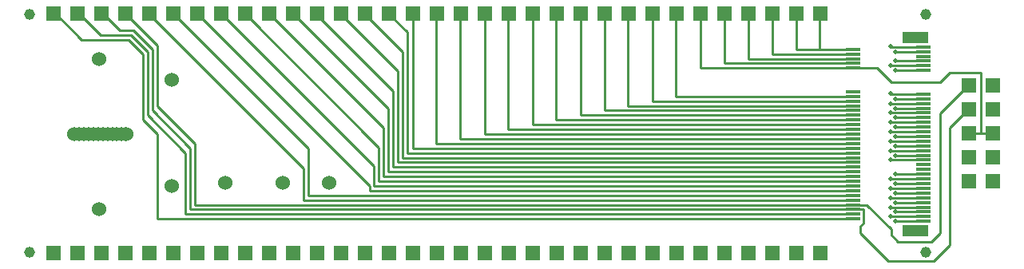
<source format=gtl>
G04*
G04 #@! TF.GenerationSoftware,Altium Limited,Altium Designer,18.1.7 (191)*
G04*
G04 Layer_Physical_Order=1*
G04 Layer_Color=255*
%FSLAX44Y44*%
%MOMM*%
G71*
G01*
G75*
%ADD12C,0.2540*%
%ADD14R,1.5500X0.3000*%
%ADD15R,2.7500X1.2000*%
%ADD23R,1.6000X1.6000*%
%ADD24C,1.5240*%
%ADD25R,1.6000X1.6000*%
%ADD26C,1.1520*%
%ADD27C,0.5080*%
D12*
X1010000Y1430000D02*
X1025000D01*
X965000Y1450000D02*
X990000Y1425000D01*
X1040000Y1340000D02*
Y1407000D01*
X1022000Y1425000D02*
X1040000Y1407000D01*
X990000Y1425000D02*
X1022000D01*
X940000Y1450000D02*
X970000Y1420000D01*
X1050000Y1230000D02*
X1783000D01*
X970000Y1420000D02*
X1020000D01*
X1035000Y1405000D01*
Y1335000D02*
Y1405000D01*
Y1335000D02*
X1050000Y1320000D01*
Y1230000D02*
Y1320000D01*
X1080000Y1235000D02*
X1787400D01*
X1040000Y1340000D02*
X1080000Y1300000D01*
Y1235000D02*
Y1300000D01*
X995000Y1445000D02*
X1010000Y1430000D01*
X1045000Y1345000D02*
Y1410000D01*
X1025000Y1430000D02*
X1045000Y1410000D01*
X1890000Y1327000D02*
X1910000Y1347000D01*
X1045000Y1345000D02*
X1085000Y1305000D01*
Y1240000D02*
Y1305000D01*
Y1240000D02*
X1085000Y1240000D01*
X1762000D01*
X1908000Y1370000D02*
X1910000D01*
X1016000Y1447800D02*
X1050000Y1413800D01*
Y1350000D02*
Y1413800D01*
Y1350000D02*
X1090000Y1310000D01*
Y1245000D02*
Y1310000D01*
Y1245000D02*
X1759000D01*
X1042000Y1447000D02*
X1205000Y1284000D01*
Y1250000D02*
Y1284000D01*
Y1250000D02*
X1762000D01*
X1067000Y1448000D02*
X1210000Y1305000D01*
Y1255000D02*
Y1305000D01*
Y1255000D02*
X1760000D01*
X1092200Y1447800D02*
X1275000Y1265000D01*
X1092000Y1448000D02*
X1092200Y1447800D01*
X1275000Y1260000D02*
Y1265000D01*
Y1260000D02*
X1761000D01*
X1762000Y1265000D02*
X1791000D01*
X1118000Y1448000D02*
X1280000Y1286000D01*
Y1265000D02*
Y1286000D01*
Y1265000D02*
X1762000D01*
X1781000Y1270000D02*
Y1270000D01*
X1143100Y1447900D02*
X1285000Y1306000D01*
X1143000Y1448000D02*
X1143100Y1447900D01*
X1285000Y1270000D02*
Y1306000D01*
Y1270000D02*
X1781000D01*
X1169000Y1448000D02*
X1290000Y1327000D01*
Y1275000D02*
Y1327000D01*
Y1275000D02*
X1762000D01*
X1786000Y1280000D02*
Y1280000D01*
X1194000Y1448000D02*
X1295000Y1347000D01*
Y1280000D02*
Y1347000D01*
Y1280000D02*
X1786000D01*
X1788000Y1285000D02*
Y1285000D01*
X1219000Y1447000D02*
X1300000Y1366000D01*
Y1285000D02*
Y1366000D01*
Y1285000D02*
X1787400D01*
X1786000Y1290000D02*
Y1290000D01*
X1245000Y1447000D02*
X1305000Y1387000D01*
Y1290000D02*
Y1387000D01*
Y1290000D02*
X1786000D01*
X1270000Y1447000D02*
X1310000Y1407000D01*
Y1295000D02*
Y1407000D01*
Y1295000D02*
X1762000D01*
X1789000Y1300000D02*
Y1300000D01*
X1295000Y1448000D02*
X1315000Y1428000D01*
Y1300000D02*
Y1428000D01*
Y1300000D02*
X1787400D01*
X1827400Y1412500D02*
X1862400D01*
X1827400Y1362500D02*
X1862400D01*
X1890000Y1202000D02*
Y1327000D01*
X1873000Y1185000D02*
X1890000Y1202000D01*
X1825000Y1185000D02*
X1873000D01*
X1880000Y1215000D02*
Y1342000D01*
X1871000Y1206000D02*
X1880000Y1215000D01*
X1835000Y1206000D02*
X1871000D01*
X1910000Y1347000D02*
Y1350000D01*
X1880000Y1342000D02*
X1908000Y1370000D01*
X1790000Y1405000D02*
Y1405000D01*
X1784000Y1410000D02*
Y1410000D01*
X1752000Y1410000D02*
Y1448000D01*
X1890000Y1385000D02*
X1923000D01*
X1880000Y1375000D02*
X1890000Y1385000D01*
X1828000Y1375000D02*
X1880000D01*
X1923000Y1321000D02*
X1935400D01*
X1910000D02*
X1923000D01*
Y1385000D01*
X1910000Y1320000D02*
Y1321000D01*
X1795000Y1215000D02*
X1825000Y1185000D01*
X1795000Y1215000D02*
Y1222000D01*
X1827400Y1292500D02*
X1862400D01*
X1910000Y1321000D02*
X1912000D01*
X1828000Y1213000D02*
Y1219000D01*
Y1213000D02*
X1835000Y1206000D01*
X1910000Y1321000D02*
Y1321000D01*
X1813000Y1390000D02*
X1828000Y1375000D01*
X1788000Y1390000D02*
X1813000D01*
X1752000Y1410000D02*
X1784000D01*
X1727500D02*
X1752000D01*
X1651000Y1447800D02*
Y1448000D01*
Y1395000D02*
Y1447800D01*
X1802000Y1245000D02*
X1828000Y1219000D01*
X1016000Y1447800D02*
Y1448000D01*
X1787400Y1245000D02*
X1802000D01*
X1795000Y1222000D02*
X1799000Y1226000D01*
Y1240000D01*
X1787400D02*
X1799000D01*
X1831900Y1227500D02*
X1862400D01*
X1827400Y1412500D02*
Y1413000D01*
X1832400Y1407500D02*
X1862400D01*
X1832400D02*
Y1407500D01*
X1862400Y1397500D02*
Y1397500D01*
X1832400D02*
X1862400D01*
X1827400Y1392500D02*
X1862400D01*
X1827400D02*
Y1392500D01*
X1862400Y1387500D02*
Y1387500D01*
X1832400D02*
X1862400D01*
X1783000Y1230000D02*
Y1230000D01*
X1787400Y1235000D02*
X1790000D01*
X1762000Y1240000D02*
X1786000D01*
X1762000Y1240000D02*
Y1240000D01*
X1759000Y1245000D02*
X1762000D01*
X1759000Y1245000D02*
X1784000D01*
X1759000Y1245000D02*
Y1245000D01*
X1762000Y1250000D02*
X1786000D01*
X1762000Y1250000D02*
Y1250000D01*
X1760000Y1255000D02*
X1762000D01*
X1760000Y1255000D02*
X1785000D01*
X1760000Y1255000D02*
Y1255000D01*
X1761000Y1260000D02*
X1762000D01*
X1761000Y1260000D02*
X1783000D01*
X1761000Y1260000D02*
Y1260000D01*
X1762000Y1265000D02*
Y1265000D01*
Y1275000D02*
X1783000D01*
X1762000Y1275000D02*
Y1275000D01*
X1787400Y1285000D02*
X1788000D01*
X1762000Y1295000D02*
X1787000D01*
X1762000Y1295000D02*
Y1295000D01*
X1787400Y1300000D02*
X1789000D01*
X1321000Y1305000D02*
X1786000D01*
X1762000Y1310000D02*
X1783000D01*
X1762000Y1310000D02*
Y1310000D01*
Y1315000D02*
X1782000D01*
X1762000Y1315000D02*
Y1315000D01*
X1760000Y1320000D02*
X1762000D01*
X1397000D02*
X1760000D01*
Y1320000D02*
X1785000D01*
X1760000Y1320000D02*
Y1320000D01*
X1789000Y1325000D02*
Y1325000D01*
X1787400Y1325000D02*
X1789000D01*
X1422000D02*
X1787400D01*
X1757000Y1330000D02*
X1761998D01*
X1448000D02*
X1757000D01*
Y1330000D02*
X1783000D01*
X1757000Y1330000D02*
Y1330000D01*
X1761999Y1335000D02*
X1786000D01*
X1761999Y1335000D02*
Y1335000D01*
X1758000Y1340000D02*
X1761998D01*
X1499000D02*
X1758000D01*
Y1340000D02*
X1784000D01*
X1758000Y1340000D02*
Y1340000D01*
X1789000Y1345000D02*
Y1345000D01*
X1787397Y1345000D02*
X1789000D01*
X1524000D02*
X1787397D01*
X1785000Y1350000D02*
Y1350000D01*
X1549000Y1350000D02*
X1785000D01*
X1575000Y1355000D02*
X1785000D01*
Y1355000D01*
X1600000Y1360000D02*
X1786000D01*
Y1360000D01*
X1625500Y1390000D02*
X1782000D01*
X1753000Y1395000D02*
X1762000D01*
X1651000D02*
X1753000D01*
Y1395000D02*
X1784000D01*
X1753000Y1395000D02*
Y1395000D01*
X1761000Y1400000D02*
X1762000D01*
X1676500D02*
X1761000D01*
Y1400000D02*
X1787000D01*
X1761000Y1400000D02*
Y1400000D01*
X1702000Y1405000D02*
X1787400D01*
X1790000D01*
X1827400Y1312500D02*
Y1313000D01*
Y1312500D02*
Y1312500D01*
X1727500Y1410000D02*
Y1447500D01*
X1702000Y1405000D02*
Y1447500D01*
X1676500Y1400000D02*
Y1447500D01*
X1625500Y1390000D02*
Y1447500D01*
X1832400Y1237500D02*
X1862400D01*
X1831900Y1227000D02*
Y1227500D01*
X1827400Y1232500D02*
X1862400D01*
Y1232500D02*
Y1232500D01*
X1832400Y1257500D02*
X1862400D01*
Y1257500D02*
Y1257500D01*
X1827400Y1242500D02*
Y1242500D01*
Y1242500D02*
X1862400D01*
X1832400Y1247500D02*
Y1247500D01*
Y1247500D02*
X1862400D01*
X1827400Y1252500D02*
Y1252500D01*
Y1252500D02*
X1862400D01*
X1832400Y1307500D02*
X1862400D01*
X1832400D02*
Y1307500D01*
X1827400Y1302500D02*
X1862400D01*
Y1297500D02*
Y1297500D01*
X1832400D02*
X1862400D01*
X1827400Y1292500D02*
Y1292500D01*
X1832400Y1277500D02*
X1862400D01*
X1832400D02*
Y1277500D01*
X1827400Y1272500D02*
X1862400D01*
X1827400D02*
Y1272500D01*
X1832400Y1267500D02*
X1862400D01*
X1832400D02*
Y1267500D01*
X1827400Y1262500D02*
X1862400D01*
X1827400D02*
Y1262500D01*
X1862400Y1287500D02*
Y1287500D01*
X1832400Y1337500D02*
X1862400D01*
Y1337500D02*
Y1337500D01*
X1827400Y1312500D02*
X1862400D01*
X1832400Y1317500D02*
Y1317500D01*
Y1317500D02*
X1862400D01*
X1827400Y1322500D02*
Y1322500D01*
Y1322500D02*
X1862400D01*
X1832400Y1327500D02*
Y1327500D01*
Y1327500D02*
X1862400D01*
X1827400Y1332500D02*
Y1332500D01*
Y1332500D02*
X1862400D01*
X1827400Y1342500D02*
Y1342500D01*
Y1342500D02*
X1862400D01*
X1832400Y1347500D02*
X1862400D01*
Y1347500D02*
Y1347500D01*
X1827400Y1352500D02*
X1862400D01*
X1832400Y1357500D02*
Y1357500D01*
Y1357500D02*
X1862400D01*
X1827400Y1362500D02*
Y1363000D01*
X1600000Y1360000D02*
Y1448000D01*
X1575000Y1355000D02*
Y1447000D01*
X1549000Y1350000D02*
Y1447000D01*
X1524000Y1345000D02*
Y1448000D01*
X1499000Y1340000D02*
Y1447000D01*
X1473000Y1335000D02*
Y1447000D01*
Y1335000D02*
X1761999D01*
X1448000Y1330000D02*
Y1447000D01*
X1422000Y1325000D02*
Y1448000D01*
X1397000Y1320000D02*
Y1447000D01*
X1371000Y1315000D02*
Y1448000D01*
Y1315000D02*
X1762000D01*
X1346000Y1310000D02*
Y1447000D01*
Y1310000D02*
X1762000D01*
X1321000Y1305000D02*
Y1448000D01*
D14*
X1862400Y1297500D02*
D03*
Y1412500D02*
D03*
Y1407500D02*
D03*
Y1402500D02*
D03*
Y1397500D02*
D03*
Y1392500D02*
D03*
Y1387500D02*
D03*
Y1357500D02*
D03*
Y1352500D02*
D03*
Y1347500D02*
D03*
Y1342500D02*
D03*
Y1337500D02*
D03*
Y1332500D02*
D03*
Y1327500D02*
D03*
Y1322500D02*
D03*
Y1317500D02*
D03*
Y1312500D02*
D03*
Y1307500D02*
D03*
X1787400Y1260000D02*
D03*
Y1405000D02*
D03*
Y1410000D02*
D03*
Y1395000D02*
D03*
Y1390000D02*
D03*
X1787397Y1365000D02*
D03*
Y1345000D02*
D03*
X1787399Y1355000D02*
D03*
X1787397Y1350000D02*
D03*
X1787400Y1325000D02*
D03*
X1787399Y1335000D02*
D03*
X1787397Y1330000D02*
D03*
X1787400Y1305000D02*
D03*
Y1315000D02*
D03*
Y1310000D02*
D03*
Y1285000D02*
D03*
Y1295000D02*
D03*
Y1290000D02*
D03*
X1787397Y1340000D02*
D03*
Y1360000D02*
D03*
X1787400Y1400000D02*
D03*
Y1300000D02*
D03*
Y1320000D02*
D03*
X1862400Y1292500D02*
D03*
Y1362500D02*
D03*
Y1302500D02*
D03*
X1787400Y1275000D02*
D03*
Y1270000D02*
D03*
Y1265000D02*
D03*
Y1280000D02*
D03*
X1862400Y1287500D02*
D03*
Y1282500D02*
D03*
Y1277500D02*
D03*
Y1272500D02*
D03*
Y1267500D02*
D03*
Y1262500D02*
D03*
Y1257500D02*
D03*
Y1252500D02*
D03*
Y1247500D02*
D03*
Y1242500D02*
D03*
Y1237500D02*
D03*
X1787400Y1255000D02*
D03*
Y1250000D02*
D03*
Y1245000D02*
D03*
Y1240000D02*
D03*
Y1235000D02*
D03*
X1862400Y1232500D02*
D03*
Y1227500D02*
D03*
X1787400Y1230000D02*
D03*
D15*
X1853900Y1422500D02*
D03*
Y1217500D02*
D03*
D23*
X965200Y1193800D02*
D03*
X939800D02*
D03*
X990600D02*
D03*
X1016000D02*
D03*
X1752600Y1447800D02*
D03*
X1727200D02*
D03*
X1701800D02*
D03*
X1676400D02*
D03*
X1651000D02*
D03*
X1625600D02*
D03*
X1600200D02*
D03*
X1574800D02*
D03*
X1549400D02*
D03*
X1524000D02*
D03*
X1498600D02*
D03*
X1473200D02*
D03*
X1447800D02*
D03*
X1422400D02*
D03*
X1397000D02*
D03*
X1371600D02*
D03*
X1346200D02*
D03*
X1320800D02*
D03*
X1295400D02*
D03*
X1270000D02*
D03*
X1244600D02*
D03*
X1219200D02*
D03*
X1193800D02*
D03*
X1168400D02*
D03*
X965200D02*
D03*
X939800D02*
D03*
X990600D02*
D03*
X1016000D02*
D03*
X1041400D02*
D03*
X1066800D02*
D03*
X1092200D02*
D03*
X1117600D02*
D03*
X1143000D02*
D03*
X1041400Y1193800D02*
D03*
X1066800D02*
D03*
X1092200D02*
D03*
X1117600D02*
D03*
X1143000D02*
D03*
X1168400D02*
D03*
X1193800D02*
D03*
X1219200D02*
D03*
X1244600D02*
D03*
X1270000D02*
D03*
X1295400D02*
D03*
X1320800D02*
D03*
X1346200D02*
D03*
X1371600D02*
D03*
X1397000D02*
D03*
X1422400D02*
D03*
X1447800D02*
D03*
X1473200D02*
D03*
X1498600D02*
D03*
X1524000D02*
D03*
X1549400D02*
D03*
X1574800D02*
D03*
X1600200D02*
D03*
X1625600D02*
D03*
X1651000D02*
D03*
X1676400D02*
D03*
X1701800D02*
D03*
X1727200D02*
D03*
X1752600D02*
D03*
D24*
X962400Y1320000D02*
D03*
X967400D02*
D03*
X972400D02*
D03*
X977400D02*
D03*
X997400D02*
D03*
X992400D02*
D03*
X987400D02*
D03*
X982400D02*
D03*
X1017400D02*
D03*
X1012400D02*
D03*
X1007400D02*
D03*
X1002400D02*
D03*
X1016400D02*
D03*
X988400Y1240000D02*
D03*
Y1400000D02*
D03*
X1122400Y1268000D02*
D03*
X1232400D02*
D03*
X1183400D02*
D03*
X1065400Y1265000D02*
D03*
Y1378000D02*
D03*
D25*
X1935400Y1371800D02*
D03*
Y1346400D02*
D03*
Y1321000D02*
D03*
Y1295600D02*
D03*
Y1270200D02*
D03*
X1910000D02*
D03*
Y1295600D02*
D03*
Y1321000D02*
D03*
Y1346400D02*
D03*
Y1371800D02*
D03*
D26*
X1865000Y1447000D02*
D03*
Y1195000D02*
D03*
X915000D02*
D03*
Y1447000D02*
D03*
D27*
X1827400Y1413000D02*
D03*
X1832400Y1407500D02*
D03*
Y1397500D02*
D03*
X1827400Y1392500D02*
D03*
X1832400Y1387500D02*
D03*
X1827400Y1232500D02*
D03*
X1832400Y1237500D02*
D03*
Y1227500D02*
D03*
Y1257500D02*
D03*
X1827400Y1242500D02*
D03*
X1832400Y1247500D02*
D03*
X1827400Y1252500D02*
D03*
X1832400Y1307500D02*
D03*
X1827400Y1302500D02*
D03*
X1832400Y1297500D02*
D03*
X1827400Y1292500D02*
D03*
X1832400Y1277500D02*
D03*
X1827400Y1272500D02*
D03*
X1832400Y1267500D02*
D03*
X1827400Y1262500D02*
D03*
X1832400Y1337500D02*
D03*
X1827400Y1312500D02*
D03*
X1832400Y1317500D02*
D03*
X1827400Y1322500D02*
D03*
X1832400Y1327500D02*
D03*
X1827400Y1332500D02*
D03*
Y1342500D02*
D03*
X1832400Y1347500D02*
D03*
X1827400Y1352500D02*
D03*
X1832400Y1357500D02*
D03*
X1827400Y1363000D02*
D03*
M02*

</source>
